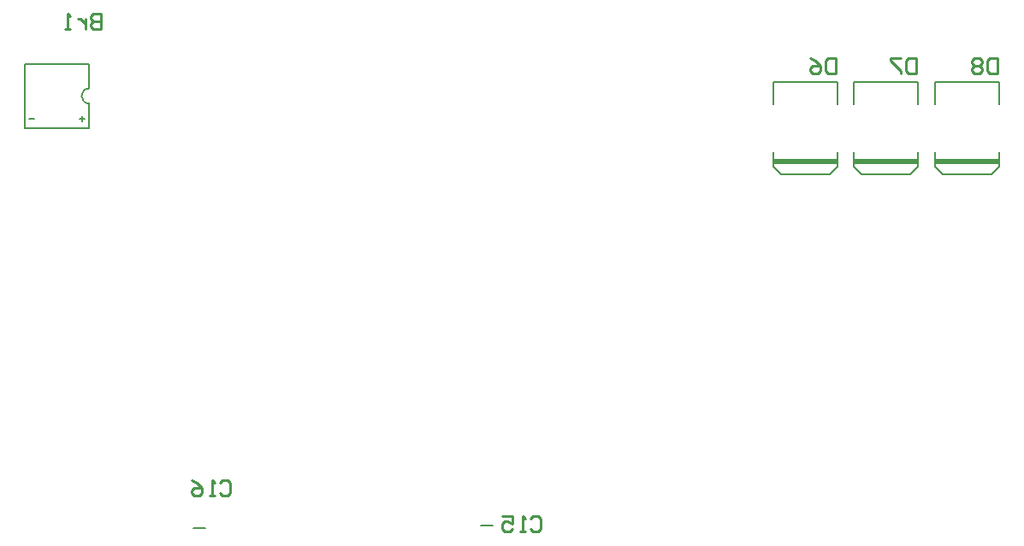
<source format=gbo>
%FSLAX24Y24*%
%MOIN*%
G70*
G01*
G75*
G04 Layer_Color=32896*
%ADD10R,0.0374X0.0551*%
%ADD11R,0.0551X0.0374*%
G04:AMPARAMS|DCode=12|XSize=228.3mil|YSize=244.1mil|CornerRadius=57.1mil|HoleSize=0mil|Usage=FLASHONLY|Rotation=0.000|XOffset=0mil|YOffset=0mil|HoleType=Round|Shape=RoundedRectangle|*
%AMROUNDEDRECTD12*
21,1,0.2283,0.1299,0,0,0.0*
21,1,0.1142,0.2441,0,0,0.0*
1,1,0.1142,0.0571,-0.0650*
1,1,0.1142,-0.0571,-0.0650*
1,1,0.1142,-0.0571,0.0650*
1,1,0.1142,0.0571,0.0650*
%
%ADD12ROUNDEDRECTD12*%
G04:AMPARAMS|DCode=13|XSize=63mil|YSize=118.1mil|CornerRadius=15.7mil|HoleSize=0mil|Usage=FLASHONLY|Rotation=0.000|XOffset=0mil|YOffset=0mil|HoleType=Round|Shape=RoundedRectangle|*
%AMROUNDEDRECTD13*
21,1,0.0630,0.0866,0,0,0.0*
21,1,0.0315,0.1181,0,0,0.0*
1,1,0.0315,0.0157,-0.0433*
1,1,0.0315,-0.0157,-0.0433*
1,1,0.0315,-0.0157,0.0433*
1,1,0.0315,0.0157,0.0433*
%
%ADD13ROUNDEDRECTD13*%
G04:AMPARAMS|DCode=14|XSize=40mil|YSize=60mil|CornerRadius=10mil|HoleSize=0mil|Usage=FLASHONLY|Rotation=270.000|XOffset=0mil|YOffset=0mil|HoleType=Round|Shape=RoundedRectangle|*
%AMROUNDEDRECTD14*
21,1,0.0400,0.0400,0,0,270.0*
21,1,0.0200,0.0600,0,0,270.0*
1,1,0.0200,-0.0200,-0.0100*
1,1,0.0200,-0.0200,0.0100*
1,1,0.0200,0.0200,0.0100*
1,1,0.0200,0.0200,-0.0100*
%
%ADD14ROUNDEDRECTD14*%
G04:AMPARAMS|DCode=15|XSize=40mil|YSize=60mil|CornerRadius=10mil|HoleSize=0mil|Usage=FLASHONLY|Rotation=180.000|XOffset=0mil|YOffset=0mil|HoleType=Round|Shape=RoundedRectangle|*
%AMROUNDEDRECTD15*
21,1,0.0400,0.0400,0,0,180.0*
21,1,0.0200,0.0600,0,0,180.0*
1,1,0.0200,-0.0100,0.0200*
1,1,0.0200,0.0100,0.0200*
1,1,0.0200,0.0100,-0.0200*
1,1,0.0200,-0.0100,-0.0200*
%
%ADD15ROUNDEDRECTD15*%
%ADD16C,0.0197*%
%ADD17C,0.0394*%
%ADD18C,0.0295*%
%ADD19C,0.0138*%
%ADD20C,0.0118*%
%ADD21C,0.0630*%
%ADD22R,0.0591X0.0591*%
%ADD23C,0.0591*%
%ADD24R,0.0630X0.0630*%
%ADD25C,0.0748*%
G04:AMPARAMS|DCode=26|XSize=98.4mil|YSize=98.4mil|CornerRadius=0mil|HoleSize=0mil|Usage=FLASHONLY|Rotation=90.000|XOffset=0mil|YOffset=0mil|HoleType=Round|Shape=Octagon|*
%AMOCTAGOND26*
4,1,8,0.0246,0.0492,-0.0246,0.0492,-0.0492,0.0246,-0.0492,-0.0246,-0.0246,-0.0492,0.0246,-0.0492,0.0492,-0.0246,0.0492,0.0246,0.0246,0.0492,0.0*
%
%ADD26OCTAGOND26*%

%ADD27C,0.0984*%
%ADD28C,0.0787*%
G04:AMPARAMS|DCode=29|XSize=78.7mil|YSize=78.7mil|CornerRadius=0mil|HoleSize=0mil|Usage=FLASHONLY|Rotation=0.000|XOffset=0mil|YOffset=0mil|HoleType=Round|Shape=Octagon|*
%AMOCTAGOND29*
4,1,8,0.0394,-0.0197,0.0394,0.0197,0.0197,0.0394,-0.0197,0.0394,-0.0394,0.0197,-0.0394,-0.0197,-0.0197,-0.0394,0.0197,-0.0394,0.0394,-0.0197,0.0*
%
%ADD29OCTAGOND29*%

G04:AMPARAMS|DCode=30|XSize=59.1mil|YSize=59.1mil|CornerRadius=0mil|HoleSize=0mil|Usage=FLASHONLY|Rotation=180.000|XOffset=0mil|YOffset=0mil|HoleType=Round|Shape=Octagon|*
%AMOCTAGOND30*
4,1,8,-0.0295,0.0148,-0.0295,-0.0148,-0.0148,-0.0295,0.0148,-0.0295,0.0295,-0.0148,0.0295,0.0148,0.0148,0.0295,-0.0148,0.0295,-0.0295,0.0148,0.0*
%
%ADD30OCTAGOND30*%

%ADD31C,0.2559*%
%ADD32C,0.1181*%
%ADD33R,0.0591X0.0591*%
%ADD34C,0.0709*%
%ADD35C,0.1575*%
%ADD36R,0.1575X0.1575*%
G04:AMPARAMS|DCode=37|XSize=59.1mil|YSize=59.1mil|CornerRadius=0mil|HoleSize=0mil|Usage=FLASHONLY|Rotation=270.000|XOffset=0mil|YOffset=0mil|HoleType=Round|Shape=Octagon|*
%AMOCTAGOND37*
4,1,8,-0.0148,-0.0295,0.0148,-0.0295,0.0295,-0.0148,0.0295,0.0148,0.0148,0.0295,-0.0148,0.0295,-0.0295,0.0148,-0.0295,-0.0148,-0.0148,-0.0295,0.0*
%
%ADD37OCTAGOND37*%

%ADD38C,0.0669*%
%ADD39C,0.0500*%
%ADD40R,0.0551X0.0413*%
G04:AMPARAMS|DCode=41|XSize=80mil|YSize=130mil|CornerRadius=20mil|HoleSize=0mil|Usage=FLASHONLY|Rotation=270.000|XOffset=0mil|YOffset=0mil|HoleType=Round|Shape=RoundedRectangle|*
%AMROUNDEDRECTD41*
21,1,0.0800,0.0900,0,0,270.0*
21,1,0.0400,0.1300,0,0,270.0*
1,1,0.0400,-0.0450,-0.0200*
1,1,0.0400,-0.0450,0.0200*
1,1,0.0400,0.0450,0.0200*
1,1,0.0400,0.0450,-0.0200*
%
%ADD41ROUNDEDRECTD41*%
G04:AMPARAMS|DCode=42|XSize=39.4mil|YSize=98.4mil|CornerRadius=9.8mil|HoleSize=0mil|Usage=FLASHONLY|Rotation=180.000|XOffset=0mil|YOffset=0mil|HoleType=Round|Shape=RoundedRectangle|*
%AMROUNDEDRECTD42*
21,1,0.0394,0.0787,0,0,180.0*
21,1,0.0197,0.0984,0,0,180.0*
1,1,0.0197,-0.0098,0.0394*
1,1,0.0197,0.0098,0.0394*
1,1,0.0197,0.0098,-0.0394*
1,1,0.0197,-0.0098,-0.0394*
%
%ADD42ROUNDEDRECTD42*%
%ADD43C,0.0787*%
%ADD44C,0.1181*%
%ADD45R,0.5000X0.2700*%
%ADD46R,0.3850X0.3250*%
%ADD47C,0.0079*%
%ADD48C,0.0050*%
%ADD49C,0.0049*%
%ADD50C,0.0100*%
%ADD51C,0.0039*%
%ADD52C,0.0315*%
%ADD53C,0.0059*%
%ADD54R,0.0883X0.0118*%
%ADD55R,0.0200X0.0800*%
%ADD56R,0.0454X0.0631*%
%ADD57R,0.0631X0.0454*%
G04:AMPARAMS|DCode=58|XSize=236.3mil|YSize=252.1mil|CornerRadius=61.1mil|HoleSize=0mil|Usage=FLASHONLY|Rotation=0.000|XOffset=0mil|YOffset=0mil|HoleType=Round|Shape=RoundedRectangle|*
%AMROUNDEDRECTD58*
21,1,0.2363,0.1299,0,0,0.0*
21,1,0.1142,0.2521,0,0,0.0*
1,1,0.1222,0.0571,-0.0650*
1,1,0.1222,-0.0571,-0.0650*
1,1,0.1222,-0.0571,0.0650*
1,1,0.1222,0.0571,0.0650*
%
%ADD58ROUNDEDRECTD58*%
G04:AMPARAMS|DCode=59|XSize=71mil|YSize=126.1mil|CornerRadius=19.7mil|HoleSize=0mil|Usage=FLASHONLY|Rotation=0.000|XOffset=0mil|YOffset=0mil|HoleType=Round|Shape=RoundedRectangle|*
%AMROUNDEDRECTD59*
21,1,0.0710,0.0866,0,0,0.0*
21,1,0.0315,0.1261,0,0,0.0*
1,1,0.0395,0.0157,-0.0433*
1,1,0.0395,-0.0157,-0.0433*
1,1,0.0395,-0.0157,0.0433*
1,1,0.0395,0.0157,0.0433*
%
%ADD59ROUNDEDRECTD59*%
G04:AMPARAMS|DCode=60|XSize=48mil|YSize=68mil|CornerRadius=14mil|HoleSize=0mil|Usage=FLASHONLY|Rotation=270.000|XOffset=0mil|YOffset=0mil|HoleType=Round|Shape=RoundedRectangle|*
%AMROUNDEDRECTD60*
21,1,0.0480,0.0400,0,0,270.0*
21,1,0.0200,0.0680,0,0,270.0*
1,1,0.0280,-0.0200,-0.0100*
1,1,0.0280,-0.0200,0.0100*
1,1,0.0280,0.0200,0.0100*
1,1,0.0280,0.0200,-0.0100*
%
%ADD60ROUNDEDRECTD60*%
G04:AMPARAMS|DCode=61|XSize=48mil|YSize=68mil|CornerRadius=14mil|HoleSize=0mil|Usage=FLASHONLY|Rotation=180.000|XOffset=0mil|YOffset=0mil|HoleType=Round|Shape=RoundedRectangle|*
%AMROUNDEDRECTD61*
21,1,0.0480,0.0400,0,0,180.0*
21,1,0.0200,0.0680,0,0,180.0*
1,1,0.0280,-0.0100,0.0200*
1,1,0.0280,0.0100,0.0200*
1,1,0.0280,0.0100,-0.0200*
1,1,0.0280,-0.0100,-0.0200*
%
%ADD61ROUNDEDRECTD61*%
%ADD62C,0.0710*%
%ADD63R,0.0671X0.0671*%
%ADD64C,0.0671*%
%ADD65R,0.0710X0.0710*%
%ADD66C,0.0828*%
G04:AMPARAMS|DCode=67|XSize=106.4mil|YSize=106.4mil|CornerRadius=0mil|HoleSize=0mil|Usage=FLASHONLY|Rotation=90.000|XOffset=0mil|YOffset=0mil|HoleType=Round|Shape=Octagon|*
%AMOCTAGOND67*
4,1,8,0.0266,0.0532,-0.0266,0.0532,-0.0532,0.0266,-0.0532,-0.0266,-0.0266,-0.0532,0.0266,-0.0532,0.0532,-0.0266,0.0532,0.0266,0.0266,0.0532,0.0*
%
%ADD67OCTAGOND67*%

%ADD68C,0.1064*%
%ADD69C,0.0867*%
G04:AMPARAMS|DCode=70|XSize=86.7mil|YSize=86.7mil|CornerRadius=0mil|HoleSize=0mil|Usage=FLASHONLY|Rotation=0.000|XOffset=0mil|YOffset=0mil|HoleType=Round|Shape=Octagon|*
%AMOCTAGOND70*
4,1,8,0.0434,-0.0217,0.0434,0.0217,0.0217,0.0434,-0.0217,0.0434,-0.0434,0.0217,-0.0434,-0.0217,-0.0217,-0.0434,0.0217,-0.0434,0.0434,-0.0217,0.0*
%
%ADD70OCTAGOND70*%

G04:AMPARAMS|DCode=71|XSize=67.1mil|YSize=67.1mil|CornerRadius=0mil|HoleSize=0mil|Usage=FLASHONLY|Rotation=180.000|XOffset=0mil|YOffset=0mil|HoleType=Round|Shape=Octagon|*
%AMOCTAGOND71*
4,1,8,-0.0335,0.0168,-0.0335,-0.0168,-0.0168,-0.0335,0.0168,-0.0335,0.0335,-0.0168,0.0335,0.0168,0.0168,0.0335,-0.0168,0.0335,-0.0335,0.0168,0.0*
%
%ADD71OCTAGOND71*%

%ADD72C,0.2639*%
%ADD73C,0.1261*%
%ADD74R,0.0671X0.0671*%
%ADD75C,0.0789*%
%ADD76C,0.1655*%
%ADD77R,0.1655X0.1655*%
G04:AMPARAMS|DCode=78|XSize=67.1mil|YSize=67.1mil|CornerRadius=0mil|HoleSize=0mil|Usage=FLASHONLY|Rotation=270.000|XOffset=0mil|YOffset=0mil|HoleType=Round|Shape=Octagon|*
%AMOCTAGOND78*
4,1,8,-0.0168,-0.0335,0.0168,-0.0335,0.0335,-0.0168,0.0335,0.0168,0.0168,0.0335,-0.0168,0.0335,-0.0335,0.0168,-0.0335,-0.0168,-0.0168,-0.0335,0.0*
%
%ADD78OCTAGOND78*%

%ADD79C,0.0749*%
%ADD80R,0.0631X0.0493*%
G04:AMPARAMS|DCode=81|XSize=88mil|YSize=138mil|CornerRadius=24mil|HoleSize=0mil|Usage=FLASHONLY|Rotation=270.000|XOffset=0mil|YOffset=0mil|HoleType=Round|Shape=RoundedRectangle|*
%AMROUNDEDRECTD81*
21,1,0.0880,0.0900,0,0,270.0*
21,1,0.0400,0.1380,0,0,270.0*
1,1,0.0480,-0.0450,-0.0200*
1,1,0.0480,-0.0450,0.0200*
1,1,0.0480,0.0450,0.0200*
1,1,0.0480,0.0450,-0.0200*
%
%ADD81ROUNDEDRECTD81*%
G04:AMPARAMS|DCode=82|XSize=47.4mil|YSize=106.4mil|CornerRadius=13.8mil|HoleSize=0mil|Usage=FLASHONLY|Rotation=180.000|XOffset=0mil|YOffset=0mil|HoleType=Round|Shape=RoundedRectangle|*
%AMROUNDEDRECTD82*
21,1,0.0474,0.0787,0,0,180.0*
21,1,0.0197,0.1064,0,0,180.0*
1,1,0.0277,-0.0098,0.0394*
1,1,0.0277,0.0098,0.0394*
1,1,0.0277,0.0098,-0.0394*
1,1,0.0277,-0.0098,-0.0394*
%
%ADD82ROUNDEDRECTD82*%
%ADD83R,0.2500X0.0200*%
D47*
X43074Y12450D02*
X43526D01*
X31874Y12350D02*
X32326D01*
D48*
X27800Y29495D02*
G03*
X27800Y28905I0J-295D01*
G01*
X63250Y26450D02*
Y27015D01*
X62950Y26150D02*
X63250Y26450D01*
X60750Y26448D02*
X61051Y26150D01*
X60750Y28885D02*
Y29750D01*
X63250Y28885D02*
Y29750D01*
X60750D02*
X63250D01*
X61051Y26150D02*
X62950D01*
X60750Y26448D02*
Y27015D01*
X60100Y26450D02*
Y27015D01*
X59800Y26150D02*
X60100Y26450D01*
X57600Y26448D02*
X57901Y26150D01*
X57600Y28885D02*
Y29750D01*
X60100Y28885D02*
Y29750D01*
X57600D02*
X60100D01*
X57901Y26150D02*
X59800D01*
X57600Y26448D02*
Y27015D01*
X56950Y26450D02*
Y27015D01*
X56650Y26150D02*
X56950Y26450D01*
X54450Y26448D02*
X54751Y26150D01*
X54450Y28885D02*
Y29750D01*
X56950Y28885D02*
Y29750D01*
X54450D02*
X56950D01*
X54751Y26150D02*
X56650D01*
X54450Y26448D02*
Y27015D01*
X25300Y27950D02*
X27800D01*
X25300Y30450D02*
X27800D01*
X25300Y27950D02*
Y30450D01*
X27800Y27950D02*
Y28905D01*
Y29495D02*
Y30450D01*
X27436Y28314D02*
X27633D01*
X27534Y28216D02*
Y28413D01*
X25467Y28314D02*
X25664D01*
D50*
X45000Y12700D02*
X45100Y12800D01*
X45300D01*
X45400Y12700D01*
Y12300D01*
X45300Y12200D01*
X45100D01*
X45000Y12300D01*
X44800Y12200D02*
X44600D01*
X44700D01*
Y12800D01*
X44800Y12700D01*
X43900Y12800D02*
X44300D01*
Y12500D01*
X44100Y12600D01*
X44000D01*
X43900Y12500D01*
Y12300D01*
X44000Y12200D01*
X44200D01*
X44300Y12300D01*
X63180Y30690D02*
Y30090D01*
X62880D01*
X62780Y30190D01*
Y30590D01*
X62880Y30690D01*
X63180D01*
X62580Y30590D02*
X62480Y30690D01*
X62280D01*
X62180Y30590D01*
Y30490D01*
X62280Y30390D01*
X62180Y30290D01*
Y30190D01*
X62280Y30090D01*
X62480D01*
X62580Y30190D01*
Y30290D01*
X62480Y30390D01*
X62580Y30490D01*
Y30590D01*
X62480Y30390D02*
X62280D01*
X60020Y30690D02*
Y30090D01*
X59720D01*
X59620Y30190D01*
Y30590D01*
X59720Y30690D01*
X60020D01*
X59420D02*
X59020D01*
Y30590D01*
X59420Y30190D01*
Y30090D01*
X56880Y30690D02*
Y30090D01*
X56580D01*
X56480Y30190D01*
Y30590D01*
X56580Y30690D01*
X56880D01*
X55880D02*
X56080Y30590D01*
X56280Y30390D01*
Y30190D01*
X56180Y30090D01*
X55980D01*
X55880Y30190D01*
Y30290D01*
X55980Y30390D01*
X56280D01*
X32900Y14100D02*
X33000Y14200D01*
X33200D01*
X33300Y14100D01*
Y13700D01*
X33200Y13600D01*
X33000D01*
X32900Y13700D01*
X32700Y13600D02*
X32500D01*
X32600D01*
Y14200D01*
X32700Y14100D01*
X31800Y14200D02*
X32000Y14100D01*
X32200Y13900D01*
Y13700D01*
X32100Y13600D01*
X31900D01*
X31800Y13700D01*
Y13800D01*
X31900Y13900D01*
X32200D01*
X28250Y32400D02*
Y31800D01*
X27950D01*
X27850Y31900D01*
Y32000D01*
X27950Y32100D01*
X28250D01*
X27950D01*
X27850Y32200D01*
Y32300D01*
X27950Y32400D01*
X28250D01*
X27650Y32200D02*
Y31800D01*
Y32000D01*
X27550Y32100D01*
X27450Y32200D01*
X27350D01*
X27050Y31800D02*
X26850D01*
X26950D01*
Y32400D01*
X27050Y32300D01*
D83*
X62000Y26650D02*
D03*
X58850D02*
D03*
X55700D02*
D03*
M02*

</source>
